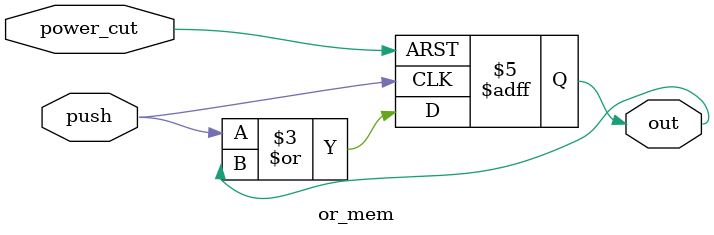
<source format=v>
module or_mem(
    input push,
    input power_cut, // Represents physical power-supply cut -> disconnecting circuit from the voltage source
    output reg out
);
  
  initial out = 0;

  always@(posedge push or posedge power_cut) begin
    if (~ power_cut ) begin
    out <= push | out;
    end else begin 
      out <= 0;
    end
  end
  

endmodule

</source>
